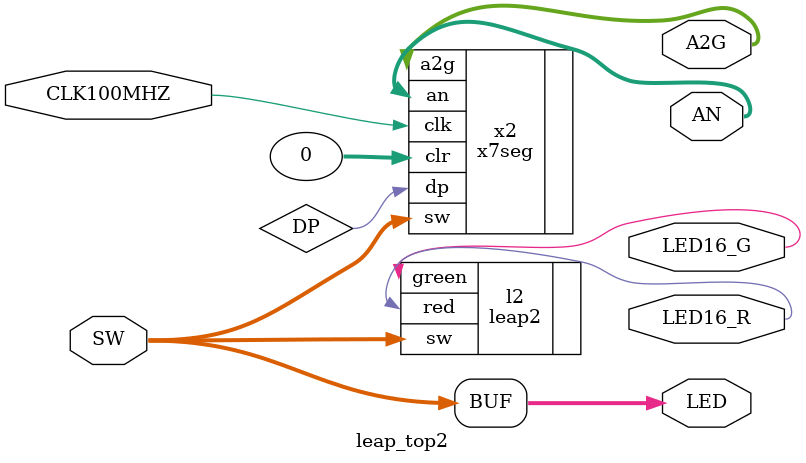
<source format=sv>
`timescale 1ns / 1ps


module leap_top2(
    input logic [15:0] SW,
    input logic CLK100MHZ,
    output logic [7:0] AN,
    output logic [6:0] A2G,
    output logic [15:0] LED,
    output logic LED16_R,
    output logic LED16_G
    );
    assign LED=SW;
    
    leap2 l2(.sw(SW),
             .red(LED16_R),
             .green(LED16_G)  );
             
    x7seg x2(.sw(SW),
             .clr(0),
             .clk(CLK100MHZ),
             .a2g(A2G),
             .an(AN),
             .dp(DP));
endmodule

</source>
